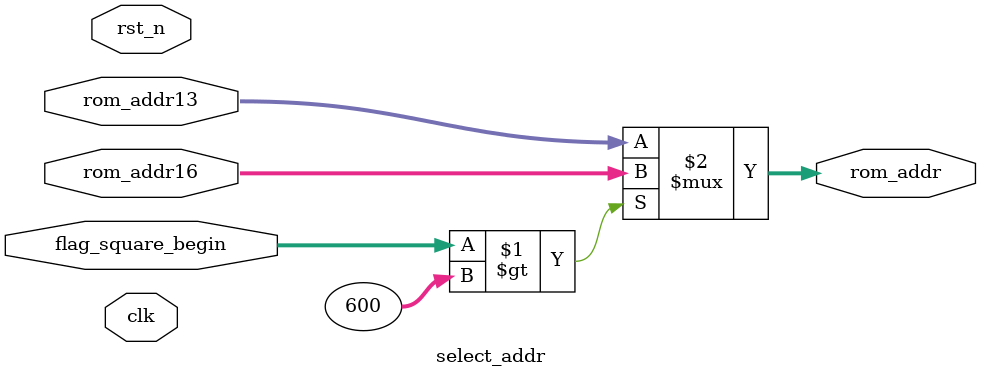
<source format=v>
`timescale 1ns / 1ps
module select_addr(						
	input							clk,				
	input							rst_n,
	input		[15:0]				flag_square_begin,
	input		[15:0]				rom_addr13,//VGA_square	
	input		[15:0]				rom_addr16,//VGA_bsprite
								
	output		[15:0]				rom_addr	//选择后的地址							
	
    );
	
	
assign 	rom_addr = (flag_square_begin > 3*200)? rom_addr16 : rom_addr13;
	
	
	
	//3行像素数量
//always @ (posedge clk or negedge rst_n)begin
//	if(!rst_n)
//	rom_addr <= 13'd0;
//	else if(flag_square_begin >  3*200)
//	rom_addr <= rom_addr16;
//	else
//	rom_addr <= rom_addr13;
//	end
	


endmodule


</source>
